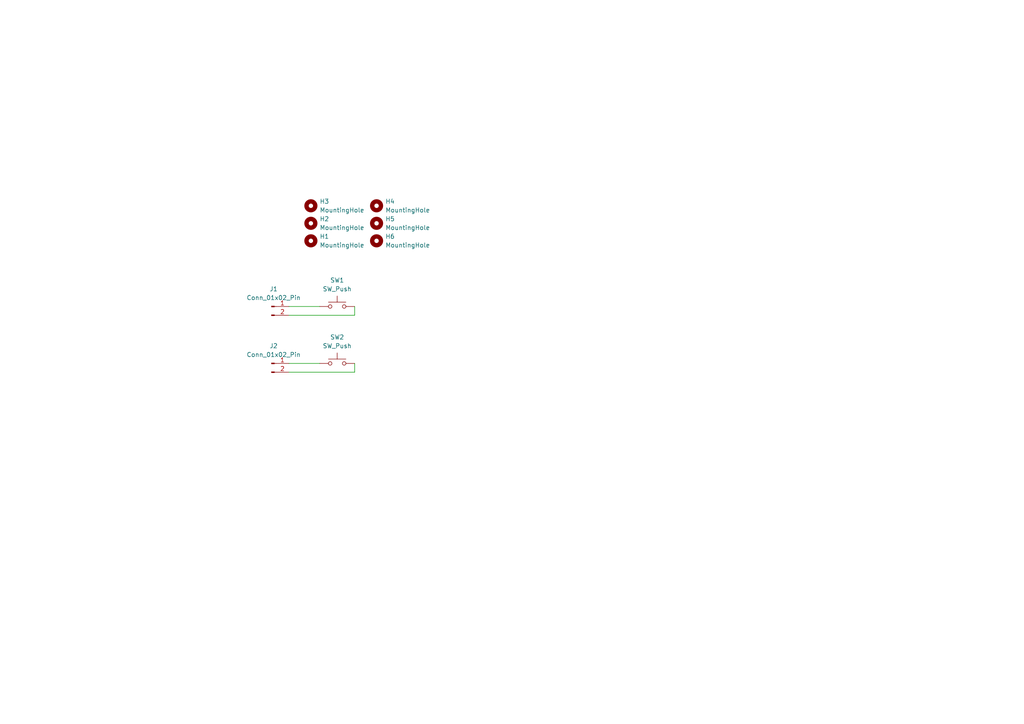
<source format=kicad_sch>
(kicad_sch (version 20231120) (generator "eeschema") (generator_version "8.0")
  (paper "A4")
  (lib_symbols
    (symbol "Connector:Conn_01x02_Pin" (pin_names (offset 1.016) hide)
      (property "Reference" "J" (at 0 2.54 0))
      (property "Value" "Conn_01x02_Pin" (at 0 -5.08 0))
      (symbol "Conn_01x02_Pin_1_1"
        (polyline (pts (xy 1.27 -2.54) (xy 0.8636 -2.54)) (stroke (width 0.1524)))
        (polyline (pts (xy 1.27 0) (xy 0.8636 0)) (stroke (width 0.1524)))
        (rectangle (start 0.8636 -2.413) (end 0 -2.667) (stroke (width 0.1524)) (fill (type outline)))
        (rectangle (start 0.8636 0.127) (end 0 -0.127) (stroke (width 0.1524)) (fill (type outline)))
        (pin passive line (at 5.08 0 180) (length 3.81) (name "Pin_1") (number "1"))
        (pin passive line (at 5.08 -2.54 180) (length 3.81) (name "Pin_2") (number "2"))
      )
    )
    (symbol "Mechanical:MountingHole" (pin_names (offset 1.016)) (exclude_from_sim yes) (in_bom no)
      (property "Reference" "H" (at 0 5.08 0))
      (property "Value" "MountingHole" (at 0 3.175 0))
      (symbol "MountingHole_0_1"
        (circle (center 0 0) (radius 1.27) (stroke (width 1.27)))
      )
    )
    (symbol "Switch:SW_Push" (pin_numbers hide) (pin_names (offset 1.016) hide)
      (property "Reference" "SW" (at 1.27 2.54 0))
      (property "Value" "SW_Push" (at 0 -1.524 0))
      (symbol "SW_Push_0_1"
        (circle (center -2.032 0) (radius 0.508))
        (polyline (pts (xy 0 1.27) (xy 0 3.048)))
        (polyline (pts (xy 2.54 1.27) (xy -2.54 1.27)))
        (circle (center 2.032 0) (radius 0.508))
        (pin passive line (at -5.08 0 0) (length 2.54) (name "1") (number "1"))
        (pin passive line (at 5.08 0 180) (length 2.54) (name "2") (number "2"))
      )
    )
  )
  (wire (pts (xy 83.82 91.44) (xy 102.87 91.44)))
  (wire (pts (xy 83.82 88.9) (xy 92.71 88.9)))
  (wire (pts (xy 83.82 105.41) (xy 92.71 105.41)))
  (wire (pts (xy 102.87 91.44) (xy 102.87 88.9)))
  (wire (pts (xy 83.82 107.95) (xy 102.87 107.95)))
  (wire (pts (xy 102.87 107.95) (xy 102.87 105.41)))
  (symbol (lib_id "Connector:Conn_01x02_Pin") (at 78.74 88.9 0) (unit 1)
    (property "Reference" "J1" (at 79.375 83.82 0))
    (property "Value" "Conn_01x02_Pin" (at 79.375 86.36 0))
    (property "Footprint" "Connector_PinHeader_2.54mm:PinHeader_1x02_P2.54mm_Vertical" (effects (hide yes)))
    (property "Description" "Generic connector, single row, 01x02, script generated" (effects (hide yes)))
  )
  (symbol (lib_id "Mechanical:MountingHole") (at 109.22 59.69 0) (unit 1) (exclude_from_sim yes) (in_bom no)
    (property "Reference" "H4" (at 111.76 58.4199 0) (effects (justify left)))
    (property "Value" "MountingHole" (at 111.76 60.9599 0) (effects (justify left)))
    (property "Footprint" "MountingHole:MountingHole_3.2mm_M3" (effects (hide yes)))
    (property "Description" "Mounting Hole without connection" (effects (hide yes)))
  )
  (symbol (lib_id "Connector:Conn_01x02_Pin") (at 78.74 105.41 0) (unit 1)
    (property "Reference" "J2" (at 79.375 100.33 0))
    (property "Value" "Conn_01x02_Pin" (at 79.375 102.87 0))
    (property "Footprint" "Connector_PinHeader_2.54mm:PinHeader_1x02_P2.54mm_Vertical" (effects (hide yes)))
    (property "Description" "Generic connector, single row, 01x02, script generated" (effects (hide yes)))
  )
  (symbol (lib_id "Switch:SW_Push") (at 97.79 88.9 0) (unit 1)
    (property "Reference" "SW1" (at 97.79 81.28 0))
    (property "Value" "SW_Push" (at 97.79 83.82 0))
    (property "Footprint" "Button_Switch_Keyboard:SW_Cherry_MX_1.00u_PCB" (effects (hide yes)))
    (property "Description" "Push button switch, generic, two pins" (effects (hide yes)))
  )
  (symbol (lib_id "Mechanical:MountingHole") (at 109.22 64.77 0) (unit 1) (exclude_from_sim yes) (in_bom no)
    (property "Reference" "H5" (at 111.76 63.4999 0) (effects (justify left)))
    (property "Value" "MountingHole" (at 111.76 66.0399 0) (effects (justify left)))
    (property "Footprint" "MountingHole:MountingHole_3.2mm_M3" (effects (hide yes)))
    (property "Description" "Mounting Hole without connection" (effects (hide yes)))
  )
  (symbol (lib_id "Mechanical:MountingHole") (at 90.17 59.69 0) (unit 1) (exclude_from_sim yes) (in_bom no)
    (property "Reference" "H3" (at 92.71 58.4199 0) (effects (justify left)))
    (property "Value" "MountingHole" (at 92.71 60.9599 0) (effects (justify left)))
    (property "Footprint" "MountingHole:MountingHole_3.2mm_M3" (effects (hide yes)))
    (property "Description" "Mounting Hole without connection" (effects (hide yes)))
  )
  (symbol (lib_id "Mechanical:MountingHole") (at 90.17 69.85 0) (unit 1) (exclude_from_sim yes) (in_bom no)
    (property "Reference" "H1" (at 92.71 68.5799 0) (effects (justify left)))
    (property "Value" "MountingHole" (at 92.71 71.1199 0) (effects (justify left)))
    (property "Footprint" "MountingHole:MountingHole_3.2mm_M3" (effects (hide yes)))
    (property "Description" "Mounting Hole without connection" (effects (hide yes)))
  )
  (symbol (lib_id "Mechanical:MountingHole") (at 109.22 69.85 0) (unit 1) (exclude_from_sim yes) (in_bom no)
    (property "Reference" "H6" (at 111.76 68.5799 0) (effects (justify left)))
    (property "Value" "MountingHole" (at 111.76 71.1199 0) (effects (justify left)))
    (property "Footprint" "MountingHole:MountingHole_3.2mm_M3" (effects (hide yes)))
    (property "Description" "Mounting Hole without connection" (effects (hide yes)))
  )
  (symbol (lib_id "Switch:SW_Push") (at 97.79 105.41 0) (unit 1)
    (property "Reference" "SW2" (at 97.79 97.79 0))
    (property "Value" "SW_Push" (at 97.79 100.33 0))
    (property "Footprint" "Button_Switch_Keyboard:SW_Cherry_MX_1.00u_PCB" (effects (hide yes)))
    (property "Description" "Push button switch, generic, two pins" (effects (hide yes)))
  )
  (symbol (lib_id "Mechanical:MountingHole") (at 90.17 64.77 0) (unit 1) (exclude_from_sim yes) (in_bom no)
    (property "Reference" "H2" (at 92.71 63.4999 0) (effects (justify left)))
    (property "Value" "MountingHole" (at 92.71 66.0399 0) (effects (justify left)))
    (property "Footprint" "MountingHole:MountingHole_3.2mm_M3" (effects (hide yes)))
    (property "Description" "Mounting Hole without connection" (effects (hide yes)))
  )
)
</source>
